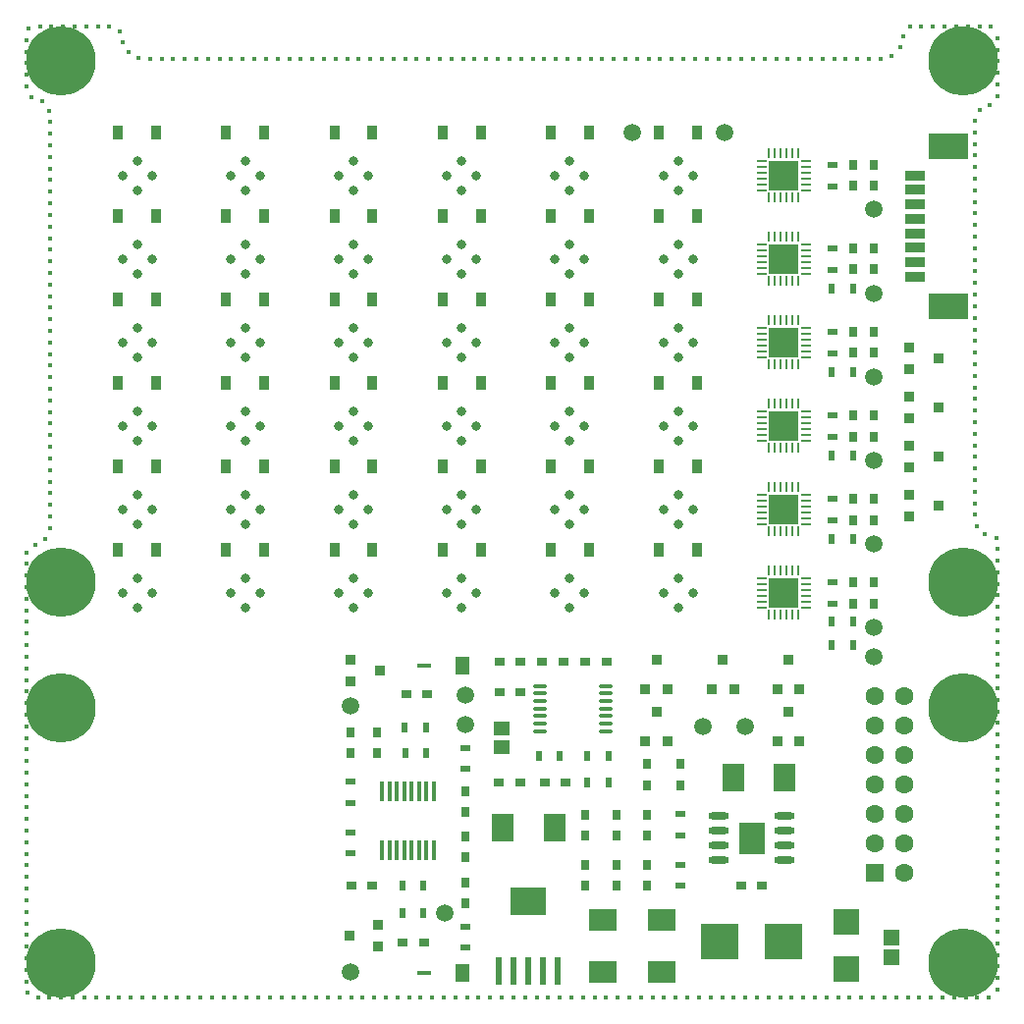
<source format=gbr>
G04*
G04 #@! TF.GenerationSoftware,Altium Limited,Altium Designer,24.1.2 (44)*
G04*
G04 Layer_Color=255*
%FSLAX44Y44*%
%MOMM*%
G71*
G04*
G04 #@! TF.SameCoordinates,5314DEDE-577F-4EBF-A64F-C18D5B13DC84*
G04*
G04*
G04 #@! TF.FilePolarity,Positive*
G04*
G01*
G75*
%ADD24C,0.8000*%
%ADD25C,0.4000*%
%ADD26C,1.2000*%
%ADD27C,6.0000*%
%ADD28C,1.6000*%
%ADD29R,1.6000X1.6000*%
%ADD34R,3.5000X2.2098*%
%ADD35O,1.2500X0.3500*%
%ADD36R,3.3000X3.1500*%
%ADD37R,0.9000X0.8000*%
%ADD38R,0.6000X0.9000*%
%ADD39R,0.8000X0.9000*%
%ADD40R,0.9000X0.6000*%
%ADD41R,0.4000X1.8000*%
%ADD42R,1.4000X1.3000*%
%ADD43R,1.8796X2.3622*%
%ADD44R,0.9500X0.9000*%
%ADD45R,1.2700X0.4000*%
%ADD46R,1.2700X1.5500*%
%ADD47R,3.1725X2.3455*%
%ADD48R,0.6325X2.3455*%
%ADD49R,2.3622X1.8796*%
%ADD50R,0.9000X0.9500*%
%ADD51R,2.3000X2.2860*%
%ADD52O,1.8000X0.6000*%
%ADD53R,2.3000X2.8000*%
%ADD54C,1.5000*%
%ADD55R,0.9100X1.2200*%
%ADD56R,2.5000X2.5000*%
%ADD57R,0.8048X0.2540*%
%ADD58R,0.2540X0.8048*%
%ADD59R,1.4000X1.4000*%
%ADD60R,1.7018X0.8128*%
D24*
X555400Y427000D02*
D03*
X568100Y439700D02*
D03*
Y414300D02*
D03*
X580800Y427000D02*
D03*
X555400Y355000D02*
D03*
X568100Y367700D02*
D03*
Y342300D02*
D03*
X580800Y355000D02*
D03*
X462060D02*
D03*
X474760Y367700D02*
D03*
Y342300D02*
D03*
X487460Y355000D02*
D03*
X368720Y427000D02*
D03*
X381420Y439700D02*
D03*
Y414300D02*
D03*
X394120Y427000D02*
D03*
X462060D02*
D03*
X474760Y439700D02*
D03*
Y414300D02*
D03*
X487460Y427000D02*
D03*
X368720Y355000D02*
D03*
X381420Y367700D02*
D03*
Y342300D02*
D03*
X394120Y355000D02*
D03*
X275380D02*
D03*
X288080Y367700D02*
D03*
Y342300D02*
D03*
X300780Y355000D02*
D03*
X275380Y427000D02*
D03*
X288080Y439700D02*
D03*
Y414300D02*
D03*
X300780Y427000D02*
D03*
X275380Y499000D02*
D03*
X288080Y511700D02*
D03*
Y486300D02*
D03*
X300780Y499000D02*
D03*
X368720D02*
D03*
X381420Y511700D02*
D03*
Y486300D02*
D03*
X394120Y499000D02*
D03*
X462060D02*
D03*
X474760Y511700D02*
D03*
Y486300D02*
D03*
X487460Y499000D02*
D03*
X555400D02*
D03*
X568100Y511700D02*
D03*
Y486300D02*
D03*
X580800Y499000D02*
D03*
X555400Y571000D02*
D03*
X568100Y583700D02*
D03*
Y558300D02*
D03*
X580800Y571000D02*
D03*
X462060D02*
D03*
X474760Y583700D02*
D03*
Y558300D02*
D03*
X487460Y571000D02*
D03*
X368720D02*
D03*
X381420Y583700D02*
D03*
Y558300D02*
D03*
X394120Y571000D02*
D03*
X275380D02*
D03*
X288080Y583700D02*
D03*
Y558300D02*
D03*
X300780Y571000D02*
D03*
X182040D02*
D03*
X194740Y583700D02*
D03*
Y558300D02*
D03*
X207440Y571000D02*
D03*
X182040Y499000D02*
D03*
X194740Y511700D02*
D03*
Y486300D02*
D03*
X207440Y499000D02*
D03*
X182040Y427000D02*
D03*
X194740Y439700D02*
D03*
Y414300D02*
D03*
X207440Y427000D02*
D03*
X182040Y355000D02*
D03*
X194740Y367700D02*
D03*
Y342300D02*
D03*
X207440Y355000D02*
D03*
X88700D02*
D03*
X101400Y367700D02*
D03*
Y342300D02*
D03*
X114100Y355000D02*
D03*
X88700Y427000D02*
D03*
X101400Y439700D02*
D03*
Y414300D02*
D03*
X114100Y427000D02*
D03*
X88700Y499000D02*
D03*
X101400Y511700D02*
D03*
Y486300D02*
D03*
X114100Y499000D02*
D03*
X88700Y571000D02*
D03*
X101400Y583700D02*
D03*
Y558300D02*
D03*
X114100Y571000D02*
D03*
X182040Y643000D02*
D03*
X194740Y655700D02*
D03*
Y630300D02*
D03*
X207440Y643000D02*
D03*
X275380D02*
D03*
X288080Y655700D02*
D03*
Y630300D02*
D03*
X300780Y643000D02*
D03*
X368720D02*
D03*
X381420Y655700D02*
D03*
Y630300D02*
D03*
X394120Y643000D02*
D03*
X462060D02*
D03*
X474760Y655700D02*
D03*
Y630300D02*
D03*
X487460Y643000D02*
D03*
X580800D02*
D03*
X568100Y630300D02*
D03*
Y655700D02*
D03*
X555400Y643000D02*
D03*
Y715000D02*
D03*
X568100Y727700D02*
D03*
Y702300D02*
D03*
X580800Y715000D02*
D03*
X462060D02*
D03*
X474760Y727700D02*
D03*
Y702300D02*
D03*
X487460Y715000D02*
D03*
X368720D02*
D03*
X381420Y727700D02*
D03*
Y702300D02*
D03*
X394120Y715000D02*
D03*
X275380D02*
D03*
X288080Y727700D02*
D03*
Y702300D02*
D03*
X300780Y715000D02*
D03*
X182040D02*
D03*
X194740Y727700D02*
D03*
Y702300D02*
D03*
X207440Y715000D02*
D03*
X88700D02*
D03*
X101400Y727700D02*
D03*
Y702300D02*
D03*
X114100Y715000D02*
D03*
X88700Y643000D02*
D03*
X101400Y655700D02*
D03*
Y630300D02*
D03*
X114100Y643000D02*
D03*
D25*
X837863Y843679D02*
D03*
X827863D02*
D03*
X817863D02*
D03*
X807863D02*
D03*
X797863D02*
D03*
X787863D02*
D03*
X777863D02*
D03*
X767868Y843357D02*
D03*
X762267Y835073D02*
D03*
X759363Y825504D02*
D03*
X752230Y818495D02*
D03*
X742627Y815704D02*
D03*
X732628Y815679D02*
D03*
X722628D02*
D03*
X712628D02*
D03*
X702628D02*
D03*
X692628D02*
D03*
X682628D02*
D03*
X672628D02*
D03*
X662628D02*
D03*
X652628D02*
D03*
X642628D02*
D03*
X632628D02*
D03*
X622628D02*
D03*
X612628D02*
D03*
X602628D02*
D03*
X592628D02*
D03*
X582628D02*
D03*
X572628D02*
D03*
X562628D02*
D03*
X552628D02*
D03*
X542628D02*
D03*
X532628D02*
D03*
X522628D02*
D03*
X512628D02*
D03*
X502628D02*
D03*
X492628D02*
D03*
X482628D02*
D03*
X472628D02*
D03*
X462628D02*
D03*
X452628D02*
D03*
X442628D02*
D03*
X432628D02*
D03*
X422628D02*
D03*
X412628D02*
D03*
X402628D02*
D03*
X392628D02*
D03*
X382628D02*
D03*
X372628D02*
D03*
X362628D02*
D03*
X352628D02*
D03*
X342628D02*
D03*
X332628D02*
D03*
X322628D02*
D03*
X312628D02*
D03*
X302628D02*
D03*
X292628D02*
D03*
X282628D02*
D03*
X272628D02*
D03*
X262628D02*
D03*
X252628D02*
D03*
X242628D02*
D03*
X232629D02*
D03*
X222629D02*
D03*
X212629D02*
D03*
X202629D02*
D03*
X192629D02*
D03*
X182629D02*
D03*
X172629D02*
D03*
X162629D02*
D03*
X152629D02*
D03*
X142629D02*
D03*
X132629D02*
D03*
X122629D02*
D03*
X112629D02*
D03*
X102659Y816448D02*
D03*
X93933Y821335D02*
D03*
X88693Y829852D02*
D03*
X86726Y839656D02*
D03*
X77571Y843679D02*
D03*
X67571D02*
D03*
X57571D02*
D03*
X47571D02*
D03*
X37571Y843679D02*
D03*
X27571D02*
D03*
X17571D02*
D03*
X7768Y841704D02*
D03*
X6321Y831809D02*
D03*
Y821809D02*
D03*
Y811810D02*
D03*
Y801810D02*
D03*
Y791810D02*
D03*
X10419Y782688D02*
D03*
X19766Y779132D02*
D03*
X25583Y770999D02*
D03*
X26321Y761026D02*
D03*
Y751026D02*
D03*
Y741026D02*
D03*
Y731026D02*
D03*
Y721026D02*
D03*
Y711026D02*
D03*
Y701026D02*
D03*
Y691026D02*
D03*
Y681026D02*
D03*
Y671026D02*
D03*
Y661026D02*
D03*
Y651026D02*
D03*
Y641026D02*
D03*
Y631026D02*
D03*
Y621026D02*
D03*
Y611026D02*
D03*
Y601026D02*
D03*
Y591026D02*
D03*
Y581026D02*
D03*
Y571026D02*
D03*
Y561026D02*
D03*
Y551026D02*
D03*
Y541026D02*
D03*
Y531026D02*
D03*
Y521026D02*
D03*
Y511026D02*
D03*
Y501026D02*
D03*
Y491026D02*
D03*
Y481026D02*
D03*
Y471026D02*
D03*
Y461026D02*
D03*
Y451026D02*
D03*
Y441026D02*
D03*
Y431026D02*
D03*
Y421026D02*
D03*
X26332Y411026D02*
D03*
X22373Y401844D02*
D03*
X13880Y396564D02*
D03*
X6321Y390017D02*
D03*
Y380017D02*
D03*
Y370017D02*
D03*
Y360017D02*
D03*
Y350017D02*
D03*
Y340018D02*
D03*
Y330018D02*
D03*
Y320018D02*
D03*
Y310018D02*
D03*
Y300018D02*
D03*
Y290018D02*
D03*
Y280018D02*
D03*
Y270018D02*
D03*
Y260018D02*
D03*
Y250018D02*
D03*
Y240018D02*
D03*
Y230018D02*
D03*
Y220018D02*
D03*
Y210018D02*
D03*
Y200018D02*
D03*
Y190018D02*
D03*
Y180018D02*
D03*
Y170018D02*
D03*
Y160018D02*
D03*
Y150018D02*
D03*
Y140018D02*
D03*
Y130018D02*
D03*
Y120018D02*
D03*
Y110018D02*
D03*
Y100018D02*
D03*
Y90018D02*
D03*
Y80018D02*
D03*
Y70018D02*
D03*
Y60018D02*
D03*
Y50018D02*
D03*
Y40018D02*
D03*
Y30018D02*
D03*
Y20018D02*
D03*
X6742Y10027D02*
D03*
X16030Y6321D02*
D03*
X26030D02*
D03*
X36030D02*
D03*
X46030D02*
D03*
X56030D02*
D03*
X66030D02*
D03*
X76030D02*
D03*
X86030D02*
D03*
X96030D02*
D03*
X106030D02*
D03*
X116030D02*
D03*
X126030D02*
D03*
X136030D02*
D03*
X146030D02*
D03*
X156030D02*
D03*
X166030D02*
D03*
X176029D02*
D03*
X186029D02*
D03*
X196029D02*
D03*
X206029D02*
D03*
X216029D02*
D03*
X226029D02*
D03*
X236029D02*
D03*
X246029D02*
D03*
X256029D02*
D03*
X266029D02*
D03*
X276029D02*
D03*
X286029D02*
D03*
X296029D02*
D03*
X306029D02*
D03*
X316029D02*
D03*
X326029D02*
D03*
X336029D02*
D03*
X346029D02*
D03*
X356029D02*
D03*
X366029D02*
D03*
X376029D02*
D03*
X386029D02*
D03*
X396029D02*
D03*
X406029D02*
D03*
X416029D02*
D03*
X426029D02*
D03*
X436029D02*
D03*
X446029D02*
D03*
X456029D02*
D03*
X466029D02*
D03*
X476029D02*
D03*
X486029D02*
D03*
X496029D02*
D03*
X506029D02*
D03*
X516029D02*
D03*
X526029D02*
D03*
X536029D02*
D03*
X546029D02*
D03*
X556029D02*
D03*
X566029D02*
D03*
X576029D02*
D03*
X586029D02*
D03*
X596029D02*
D03*
X606029D02*
D03*
X616029D02*
D03*
X626029D02*
D03*
X636029D02*
D03*
X646029D02*
D03*
X656029D02*
D03*
X666029D02*
D03*
X676029D02*
D03*
X686029D02*
D03*
X696029D02*
D03*
X706029D02*
D03*
X716029D02*
D03*
X726028D02*
D03*
X736028D02*
D03*
X746028D02*
D03*
X756028D02*
D03*
X766028D02*
D03*
X776028D02*
D03*
X786028D02*
D03*
X796028D02*
D03*
X806028D02*
D03*
X816028D02*
D03*
X826028D02*
D03*
X836028D02*
D03*
X843566Y12892D02*
D03*
X843679Y22891D02*
D03*
Y32891D02*
D03*
Y42891D02*
D03*
Y52891D02*
D03*
Y62891D02*
D03*
Y72891D02*
D03*
Y82891D02*
D03*
Y92891D02*
D03*
Y102891D02*
D03*
Y112891D02*
D03*
Y122891D02*
D03*
Y132891D02*
D03*
X843679Y142891D02*
D03*
Y152891D02*
D03*
Y162891D02*
D03*
Y172891D02*
D03*
Y182891D02*
D03*
Y192891D02*
D03*
Y202891D02*
D03*
Y212891D02*
D03*
Y222891D02*
D03*
Y232891D02*
D03*
Y242891D02*
D03*
Y252891D02*
D03*
Y262891D02*
D03*
X843679Y272891D02*
D03*
Y282891D02*
D03*
Y292891D02*
D03*
Y302891D02*
D03*
Y312890D02*
D03*
Y322891D02*
D03*
Y332891D02*
D03*
Y342891D02*
D03*
Y352891D02*
D03*
Y362890D02*
D03*
Y372890D02*
D03*
Y382890D02*
D03*
Y392890D02*
D03*
X842293Y402794D02*
D03*
X832651Y405444D02*
D03*
X825524Y412458D02*
D03*
X823679Y422287D02*
D03*
X823679Y432287D02*
D03*
X823679Y442287D02*
D03*
X823679Y452287D02*
D03*
X823679Y462287D02*
D03*
X823679Y472287D02*
D03*
X823679Y482287D02*
D03*
X823679Y492287D02*
D03*
X823679Y502287D02*
D03*
X823680Y512287D02*
D03*
X823680Y522287D02*
D03*
X823680Y532287D02*
D03*
X823680Y542286D02*
D03*
X823680Y552286D02*
D03*
X823680Y562286D02*
D03*
X823680Y572286D02*
D03*
X823680Y582286D02*
D03*
X823680Y592286D02*
D03*
X823680Y602286D02*
D03*
X823680Y612286D02*
D03*
X823680Y622286D02*
D03*
X823680Y632286D02*
D03*
X823680Y642286D02*
D03*
X823680Y652286D02*
D03*
X823680Y662286D02*
D03*
X823680Y672286D02*
D03*
X823680Y682286D02*
D03*
X823680Y692286D02*
D03*
X823680Y702286D02*
D03*
X823680Y712286D02*
D03*
X823680Y722286D02*
D03*
X823680Y732286D02*
D03*
X823680Y742286D02*
D03*
X823680Y752286D02*
D03*
X823901Y762284D02*
D03*
X828215Y771305D02*
D03*
X837038Y776011D02*
D03*
X843679Y783487D02*
D03*
Y793487D02*
D03*
Y803487D02*
D03*
Y813487D02*
D03*
Y823487D02*
D03*
Y833487D02*
D03*
D26*
X52165Y239835D02*
D03*
X19835D02*
D03*
Y272164D02*
D03*
X52165D02*
D03*
X58860Y256000D02*
D03*
X36000Y233140D02*
D03*
X13140Y256000D02*
D03*
X36000Y278860D02*
D03*
X52165Y19835D02*
D03*
X19835D02*
D03*
Y52165D02*
D03*
X52165D02*
D03*
X58860Y36000D02*
D03*
X36000Y13140D02*
D03*
X13140Y36000D02*
D03*
X36000Y58860D02*
D03*
X830164Y19835D02*
D03*
X797835D02*
D03*
Y52165D02*
D03*
X830164D02*
D03*
X836860Y36000D02*
D03*
X814000Y13140D02*
D03*
X791140Y36000D02*
D03*
X814000Y58860D02*
D03*
X830164Y239835D02*
D03*
X797835D02*
D03*
Y272164D02*
D03*
X830164D02*
D03*
X836860Y256000D02*
D03*
X814000Y233140D02*
D03*
X791140Y256000D02*
D03*
X814000Y278860D02*
D03*
X830164Y347836D02*
D03*
X797835D02*
D03*
Y380164D02*
D03*
X830164D02*
D03*
X836860Y364000D02*
D03*
X814000Y341140D02*
D03*
X791140Y364000D02*
D03*
X814000Y386860D02*
D03*
X830164Y797835D02*
D03*
X797835D02*
D03*
Y830164D02*
D03*
X830164D02*
D03*
X836860Y814000D02*
D03*
X814000Y791140D02*
D03*
X791140Y814000D02*
D03*
X814000Y836860D02*
D03*
X52165Y797835D02*
D03*
X19835D02*
D03*
Y830164D02*
D03*
X52165D02*
D03*
X58860Y814000D02*
D03*
X36000Y791140D02*
D03*
X13140Y814000D02*
D03*
X36000Y836860D02*
D03*
X52165Y347836D02*
D03*
X19835D02*
D03*
Y380164D02*
D03*
X52165D02*
D03*
X58860Y364000D02*
D03*
X36000Y341140D02*
D03*
X13140Y364000D02*
D03*
X36000Y386860D02*
D03*
D27*
Y256000D02*
D03*
Y36000D02*
D03*
X814000D02*
D03*
Y256000D02*
D03*
Y364000D02*
D03*
Y814000D02*
D03*
X36000D02*
D03*
Y364000D02*
D03*
D28*
X762700Y113800D02*
D03*
Y139200D02*
D03*
Y164600D02*
D03*
Y190000D02*
D03*
Y215400D02*
D03*
Y240800D02*
D03*
Y266200D02*
D03*
X737300Y139200D02*
D03*
Y164600D02*
D03*
Y190000D02*
D03*
Y215400D02*
D03*
Y240800D02*
D03*
Y266200D02*
D03*
D29*
Y113800D02*
D03*
D34*
X801160Y740580D02*
D03*
Y602080D02*
D03*
D35*
X505770Y274770D02*
D03*
Y268270D02*
D03*
Y261770D02*
D03*
Y255270D02*
D03*
Y248770D02*
D03*
Y242270D02*
D03*
Y235770D02*
D03*
X449270Y274770D02*
D03*
Y268270D02*
D03*
Y261770D02*
D03*
Y255270D02*
D03*
Y248770D02*
D03*
Y242270D02*
D03*
Y235770D02*
D03*
D36*
X659130Y54610D02*
D03*
X604130D02*
D03*
D37*
X413910Y295888D02*
D03*
X431910D02*
D03*
Y269240D02*
D03*
X413910D02*
D03*
X351900Y267970D02*
D03*
X333900D02*
D03*
X413800Y191770D02*
D03*
X431800D02*
D03*
X453280D02*
D03*
X471280D02*
D03*
X286283Y102870D02*
D03*
X304283D02*
D03*
X330718Y53340D02*
D03*
X348718D02*
D03*
X622630Y102870D02*
D03*
X640630D02*
D03*
X451054Y295888D02*
D03*
X469054D02*
D03*
X488198D02*
D03*
X506198D02*
D03*
D38*
X332362Y238761D02*
D03*
X350521Y238760D02*
D03*
X350900Y217169D02*
D03*
X332741Y217170D02*
D03*
X447931Y214631D02*
D03*
X466090Y214630D02*
D03*
X489841Y214631D02*
D03*
X508000Y214630D02*
D03*
X489842Y191771D02*
D03*
X508001Y191770D02*
D03*
X330449Y102871D02*
D03*
X348608Y102870D02*
D03*
X330449Y78741D02*
D03*
X348608Y78740D02*
D03*
X718821Y309880D02*
D03*
X700662Y309881D02*
D03*
Y330201D02*
D03*
X718821Y330200D02*
D03*
X700662Y401956D02*
D03*
X718821Y401955D02*
D03*
X700662Y473711D02*
D03*
X718821Y473710D02*
D03*
X700662Y545466D02*
D03*
X718821Y545465D02*
D03*
X700662Y617221D02*
D03*
X718821Y617220D02*
D03*
D39*
X308610Y235060D02*
D03*
Y217060D02*
D03*
X285750D02*
D03*
Y235060D02*
D03*
X384810Y166260D02*
D03*
Y184260D02*
D03*
X488188Y163940D02*
D03*
Y145940D02*
D03*
X514858D02*
D03*
Y163940D02*
D03*
X488188Y120760D02*
D03*
Y102760D02*
D03*
X541528D02*
D03*
Y120760D02*
D03*
X514858Y102760D02*
D03*
Y120760D02*
D03*
X384810Y126890D02*
D03*
Y144890D02*
D03*
Y105520D02*
D03*
Y87520D02*
D03*
X541528Y189247D02*
D03*
Y207247D02*
D03*
X570230D02*
D03*
Y189247D02*
D03*
X541528Y145940D02*
D03*
Y163940D02*
D03*
X718820Y346000D02*
D03*
Y364000D02*
D03*
X736600D02*
D03*
Y346000D02*
D03*
X718820Y418000D02*
D03*
Y436000D02*
D03*
X736600D02*
D03*
Y418000D02*
D03*
X718820Y490000D02*
D03*
Y508000D02*
D03*
X736600D02*
D03*
Y490000D02*
D03*
X718820Y562000D02*
D03*
Y580000D02*
D03*
X736600D02*
D03*
Y562000D02*
D03*
X718820Y634000D02*
D03*
Y652000D02*
D03*
X736600Y634000D02*
D03*
Y652000D02*
D03*
X718820Y706000D02*
D03*
Y724000D02*
D03*
X736600D02*
D03*
Y706000D02*
D03*
D40*
X285751Y192148D02*
D03*
X285750Y173989D02*
D03*
X285749Y130432D02*
D03*
X285750Y148591D02*
D03*
X384811Y221358D02*
D03*
X384810Y203199D02*
D03*
X384817Y49152D02*
D03*
X384818Y67311D02*
D03*
X570229Y102491D02*
D03*
X570230Y120650D02*
D03*
X570231Y164209D02*
D03*
X570230Y146050D02*
D03*
X701039Y345733D02*
D03*
X701040Y363892D02*
D03*
X701039Y417733D02*
D03*
X701040Y435892D02*
D03*
X701039Y561733D02*
D03*
X701040Y579892D02*
D03*
X701039Y633733D02*
D03*
X701040Y651892D02*
D03*
X701039Y705733D02*
D03*
X701040Y723892D02*
D03*
Y507892D02*
D03*
X701039Y489733D02*
D03*
D41*
X357505Y184277D02*
D03*
X351155D02*
D03*
X344805D02*
D03*
X338455D02*
D03*
X332105D02*
D03*
X325755D02*
D03*
X319405D02*
D03*
X313055D02*
D03*
Y133223D02*
D03*
X319405D02*
D03*
X325755D02*
D03*
X332105D02*
D03*
X338455D02*
D03*
X344805D02*
D03*
X351155D02*
D03*
X357505D02*
D03*
D42*
X416167Y221870D02*
D03*
Y237870D02*
D03*
D43*
X461772Y152273D02*
D03*
X417068D02*
D03*
X615370Y195580D02*
D03*
X660074D02*
D03*
D44*
X309666Y69190D02*
D03*
X284666Y59690D02*
D03*
X309666Y50190D02*
D03*
X767280Y548030D02*
D03*
X792280Y557530D02*
D03*
X767280Y567030D02*
D03*
Y505697D02*
D03*
X792280Y515197D02*
D03*
X767280Y524697D02*
D03*
Y463363D02*
D03*
X792280Y472863D02*
D03*
X767280Y482363D02*
D03*
Y421030D02*
D03*
X792280Y430530D02*
D03*
X767280Y440030D02*
D03*
X285750Y297485D02*
D03*
X310750Y287985D02*
D03*
X285750Y278485D02*
D03*
D45*
X349377Y27647D02*
D03*
X349369Y292205D02*
D03*
D46*
X382397Y27647D02*
D03*
X382389Y292205D02*
D03*
D47*
X439142Y89294D02*
D03*
D48*
X413742Y29088D02*
D03*
X426442D02*
D03*
X439142D02*
D03*
X451842D02*
D03*
X464542D02*
D03*
D49*
X502920Y73152D02*
D03*
Y28448D02*
D03*
X553720Y73240D02*
D03*
Y28536D02*
D03*
D50*
X558931Y227530D02*
D03*
X549431Y252530D02*
D03*
X539931Y227530D02*
D03*
X672440D02*
D03*
X662940Y252530D02*
D03*
X653440Y227530D02*
D03*
Y271980D02*
D03*
X662940Y296980D02*
D03*
X672440Y271980D02*
D03*
X597320D02*
D03*
X606820Y296980D02*
D03*
X616320Y271980D02*
D03*
X539931D02*
D03*
X549431Y296980D02*
D03*
X558931Y271980D02*
D03*
D51*
X713170Y31060D02*
D03*
Y71700D02*
D03*
D52*
X603380Y124460D02*
D03*
Y137160D02*
D03*
Y149860D02*
D03*
Y162560D02*
D03*
X659880Y124460D02*
D03*
Y137160D02*
D03*
Y149860D02*
D03*
Y162560D02*
D03*
D53*
X631630Y143510D02*
D03*
D54*
X736600Y299720D02*
D03*
X608330Y751840D02*
D03*
X528320D02*
D03*
X384810Y241300D02*
D03*
X285750Y27774D02*
D03*
X736600Y613410D02*
D03*
Y397192D02*
D03*
X589280Y240030D02*
D03*
X626110D02*
D03*
X736600Y469265D02*
D03*
X285750Y257810D02*
D03*
X384810Y266700D02*
D03*
X367030Y78740D02*
D03*
X736600Y685800D02*
D03*
Y541338D02*
D03*
Y325120D02*
D03*
D55*
X458410Y391840D02*
D03*
X491110D02*
D03*
X551750D02*
D03*
X584450D02*
D03*
X551750Y463840D02*
D03*
X584450D02*
D03*
X458410D02*
D03*
X491110D02*
D03*
X458410Y535840D02*
D03*
X491110D02*
D03*
X551750D02*
D03*
X584450D02*
D03*
X551750Y607840D02*
D03*
X584450D02*
D03*
X458410D02*
D03*
X491110D02*
D03*
X365070D02*
D03*
X397770D02*
D03*
X365070Y535840D02*
D03*
X397770D02*
D03*
X365070Y463840D02*
D03*
X397770D02*
D03*
X365070Y391840D02*
D03*
X397770D02*
D03*
X271730D02*
D03*
X304430D02*
D03*
X271730Y463840D02*
D03*
X304430D02*
D03*
X271730Y535840D02*
D03*
X304430D02*
D03*
X178390Y607840D02*
D03*
X211090D02*
D03*
X271730D02*
D03*
X304430D02*
D03*
X178390Y535840D02*
D03*
X211090D02*
D03*
X178390Y463840D02*
D03*
X211090D02*
D03*
X178390Y391840D02*
D03*
X211090D02*
D03*
X85050D02*
D03*
X117750D02*
D03*
X85050Y463840D02*
D03*
X117750D02*
D03*
X85050Y535840D02*
D03*
X117750D02*
D03*
X85050Y607840D02*
D03*
X117750D02*
D03*
X85050Y679840D02*
D03*
X117750D02*
D03*
X178390D02*
D03*
X211090D02*
D03*
X271730D02*
D03*
X304430D02*
D03*
X365070D02*
D03*
X397770D02*
D03*
X458410D02*
D03*
X491110D02*
D03*
X551750D02*
D03*
X584450D02*
D03*
X551750Y751840D02*
D03*
X584450D02*
D03*
X458410D02*
D03*
X491110D02*
D03*
X365070D02*
D03*
X397770D02*
D03*
X271730D02*
D03*
X304430D02*
D03*
X178390D02*
D03*
X211090D02*
D03*
X85050D02*
D03*
X117750D02*
D03*
D56*
X659130Y715000D02*
D03*
Y643000D02*
D03*
Y499000D02*
D03*
Y571000D02*
D03*
Y427000D02*
D03*
Y355000D02*
D03*
D57*
X678154Y702500D02*
D03*
Y707500D02*
D03*
Y712500D02*
D03*
Y717500D02*
D03*
Y722500D02*
D03*
Y727500D02*
D03*
X640106D02*
D03*
Y722500D02*
D03*
Y717500D02*
D03*
Y712500D02*
D03*
Y707500D02*
D03*
Y702500D02*
D03*
Y630500D02*
D03*
Y635500D02*
D03*
Y640500D02*
D03*
Y645500D02*
D03*
Y650500D02*
D03*
Y655500D02*
D03*
X678154D02*
D03*
Y650500D02*
D03*
Y645500D02*
D03*
Y640500D02*
D03*
Y635500D02*
D03*
Y630500D02*
D03*
X640106Y486500D02*
D03*
Y491500D02*
D03*
Y496500D02*
D03*
Y501500D02*
D03*
Y506500D02*
D03*
Y511500D02*
D03*
X678154D02*
D03*
Y506500D02*
D03*
Y501500D02*
D03*
Y496500D02*
D03*
Y491500D02*
D03*
Y486500D02*
D03*
X640106Y558500D02*
D03*
Y563500D02*
D03*
Y568500D02*
D03*
Y573500D02*
D03*
Y578500D02*
D03*
Y583500D02*
D03*
X678154D02*
D03*
Y578500D02*
D03*
Y573500D02*
D03*
Y568500D02*
D03*
Y563500D02*
D03*
Y558500D02*
D03*
X640106Y414500D02*
D03*
Y419500D02*
D03*
Y424500D02*
D03*
Y429500D02*
D03*
Y434500D02*
D03*
Y439500D02*
D03*
X678154D02*
D03*
Y434500D02*
D03*
Y429500D02*
D03*
Y424500D02*
D03*
Y419500D02*
D03*
Y414500D02*
D03*
X640106Y342500D02*
D03*
Y347500D02*
D03*
Y352500D02*
D03*
Y357500D02*
D03*
Y362500D02*
D03*
Y367500D02*
D03*
X678154D02*
D03*
Y362500D02*
D03*
Y357500D02*
D03*
Y352500D02*
D03*
Y347500D02*
D03*
Y342500D02*
D03*
D58*
X671630Y734024D02*
D03*
X666630D02*
D03*
X661630D02*
D03*
X656630D02*
D03*
X651630D02*
D03*
X646630D02*
D03*
Y695976D02*
D03*
X651630D02*
D03*
X656630D02*
D03*
X661630D02*
D03*
X666630D02*
D03*
X671630D02*
D03*
Y623976D02*
D03*
X666630D02*
D03*
X661630D02*
D03*
X656630D02*
D03*
X651630D02*
D03*
X646630D02*
D03*
Y662024D02*
D03*
X651630D02*
D03*
X656630D02*
D03*
X661630D02*
D03*
X666630D02*
D03*
X671630D02*
D03*
Y479976D02*
D03*
X666630D02*
D03*
X661630D02*
D03*
X656630D02*
D03*
X651630D02*
D03*
X646630D02*
D03*
Y518024D02*
D03*
X651630D02*
D03*
X656630D02*
D03*
X661630D02*
D03*
X666630D02*
D03*
X671630D02*
D03*
Y551976D02*
D03*
X666630D02*
D03*
X661630D02*
D03*
X656630D02*
D03*
X651630D02*
D03*
X646630D02*
D03*
Y590024D02*
D03*
X651630D02*
D03*
X656630D02*
D03*
X661630D02*
D03*
X666630D02*
D03*
X671630D02*
D03*
Y407976D02*
D03*
X666630D02*
D03*
X661630D02*
D03*
X656630D02*
D03*
X651630D02*
D03*
X646630D02*
D03*
Y446024D02*
D03*
X651630D02*
D03*
X656630D02*
D03*
X661630D02*
D03*
X666630D02*
D03*
X671630D02*
D03*
Y335976D02*
D03*
X666630D02*
D03*
X661630D02*
D03*
X656630D02*
D03*
X651630D02*
D03*
X646630D02*
D03*
Y374024D02*
D03*
X651630D02*
D03*
X656630D02*
D03*
X661630D02*
D03*
X666630D02*
D03*
X671630D02*
D03*
D59*
X751840Y57940D02*
D03*
Y40640D02*
D03*
D60*
X772160Y715080D02*
D03*
Y702580D02*
D03*
Y690080D02*
D03*
Y677580D02*
D03*
Y665080D02*
D03*
Y652580D02*
D03*
Y640080D02*
D03*
Y627580D02*
D03*
M02*

</source>
